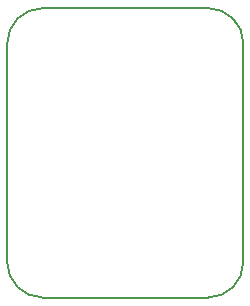
<source format=gm1>
G04 #@! TF.GenerationSoftware,KiCad,Pcbnew,5.1.9-73d0e3b20d~88~ubuntu18.04.1*
G04 #@! TF.CreationDate,2021-02-13T22:07:47-05:00*
G04 #@! TF.ProjectId,connector,636f6e6e-6563-4746-9f72-2e6b69636164,v1.0.0*
G04 #@! TF.SameCoordinates,Original*
G04 #@! TF.FileFunction,Profile,NP*
%FSLAX46Y46*%
G04 Gerber Fmt 4.6, Leading zero omitted, Abs format (unit mm)*
G04 Created by KiCad (PCBNEW 5.1.9-73d0e3b20d~88~ubuntu18.04.1) date 2021-02-13 22:07:47*
%MOMM*%
%LPD*%
G01*
G04 APERTURE LIST*
G04 #@! TA.AperFunction,Profile*
%ADD10C,0.200000*%
G04 #@! TD*
G04 APERTURE END LIST*
D10*
X93000000Y-112250000D02*
X107000000Y-112250000D01*
X90000000Y-90750000D02*
X90000000Y-109250000D01*
X107000000Y-87750000D02*
X93000000Y-87750000D01*
X110000000Y-90750000D02*
X110000000Y-109250000D01*
X110000000Y-109250000D02*
G75*
G02*
X107000000Y-112250000I-3000000J0D01*
G01*
X93000000Y-112250000D02*
G75*
G02*
X90000000Y-109250000I0J3000000D01*
G01*
X90000000Y-90750000D02*
G75*
G02*
X93000000Y-87750000I3000000J0D01*
G01*
X107000000Y-87750000D02*
G75*
G02*
X110000000Y-90750000I0J-3000000D01*
G01*
M02*

</source>
